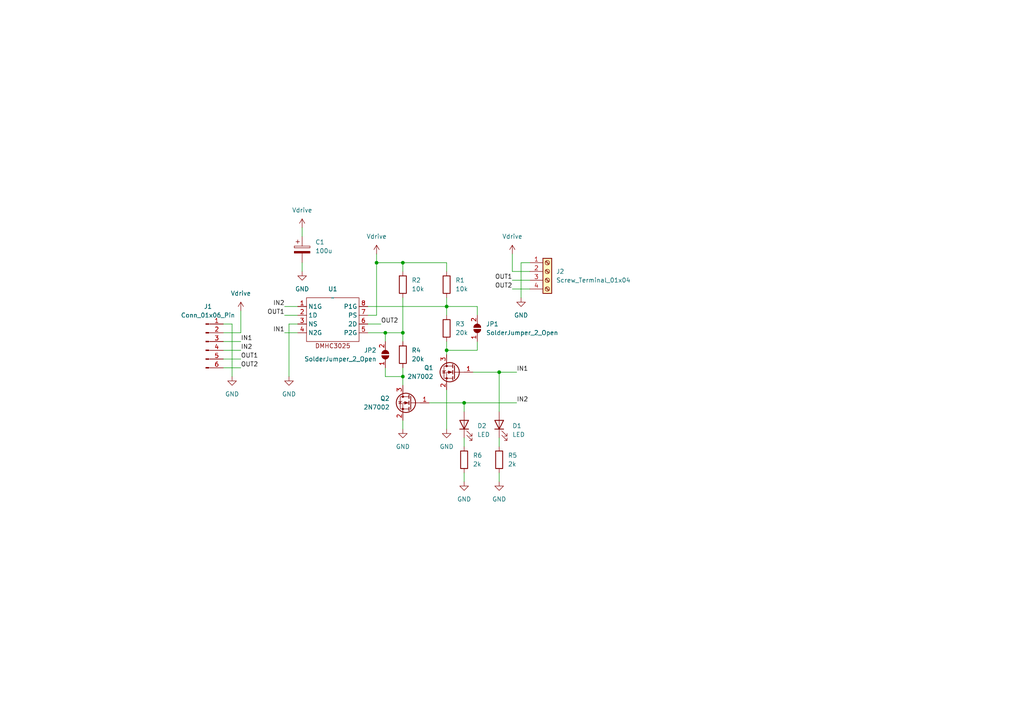
<source format=kicad_sch>
(kicad_sch (version 20230121) (generator eeschema)
  (paper "A4")
  (lib_symbols
    (symbol "Connector:Conn_01x06_Pin" (pin_names (offset 1.016) hide)
      (property "Reference" "J" (at 0 7.62 0))
      (property "Value" "Conn_01x06_Pin" (at 0 -10.16 0))
      (symbol "Conn_01x06_Pin_1_1"
        (polyline (pts (xy 1.27 -7.62) (xy 0.8636 -7.62)) (stroke (width 0.1524)))
        (polyline (pts (xy 1.27 -5.08) (xy 0.8636 -5.08)) (stroke (width 0.1524)))
        (polyline (pts (xy 1.27 -2.54) (xy 0.8636 -2.54)) (stroke (width 0.1524)))
        (polyline (pts (xy 1.27 0) (xy 0.8636 0)) (stroke (width 0.1524)))
        (polyline (pts (xy 1.27 2.54) (xy 0.8636 2.54)) (stroke (width 0.1524)))
        (polyline (pts (xy 1.27 5.08) (xy 0.8636 5.08)) (stroke (width 0.1524)))
        (rectangle (start 0.8636 -7.493) (end 0 -7.747) (stroke (width 0.1524)) (fill (type outline)))
        (rectangle (start 0.8636 -4.953) (end 0 -5.207) (stroke (width 0.1524)) (fill (type outline)))
        (rectangle (start 0.8636 -2.413) (end 0 -2.667) (stroke (width 0.1524)) (fill (type outline)))
        (rectangle (start 0.8636 0.127) (end 0 -0.127) (stroke (width 0.1524)) (fill (type outline)))
        (rectangle (start 0.8636 2.667) (end 0 2.413) (stroke (width 0.1524)) (fill (type outline)))
        (rectangle (start 0.8636 5.207) (end 0 4.953) (stroke (width 0.1524)) (fill (type outline)))
        (pin passive line (at 5.08 5.08 180) (length 3.81) (name "Pin_1") (number "1"))
        (pin passive line (at 5.08 2.54 180) (length 3.81) (name "Pin_2") (number "2"))
        (pin passive line (at 5.08 0 180) (length 3.81) (name "Pin_3") (number "3"))
        (pin passive line (at 5.08 -2.54 180) (length 3.81) (name "Pin_4") (number "4"))
        (pin passive line (at 5.08 -5.08 180) (length 3.81) (name "Pin_5") (number "5"))
        (pin passive line (at 5.08 -7.62 180) (length 3.81) (name "Pin_6") (number "6"))
      )
    )
    (symbol "Connector:Screw_Terminal_01x04" (pin_names (offset 1.016) hide)
      (property "Reference" "J" (at 0 5.08 0))
      (property "Value" "Screw_Terminal_01x04" (at 0 -7.62 0))
      (symbol "Screw_Terminal_01x04_1_1"
        (rectangle (start -1.27 3.81) (end 1.27 -6.35) (stroke (width 0.254)) (fill (type background)))
        (circle (center 0 -5.08) (radius 0.635) (stroke (width 0.1524)))
        (circle (center 0 -2.54) (radius 0.635) (stroke (width 0.1524)))
        (polyline (pts (xy -0.5334 -4.7498) (xy 0.3302 -5.588)) (stroke (width 0.1524)))
        (polyline (pts (xy -0.5334 -2.2098) (xy 0.3302 -3.048)) (stroke (width 0.1524)))
        (polyline (pts (xy -0.5334 0.3302) (xy 0.3302 -0.508)) (stroke (width 0.1524)))
        (polyline (pts (xy -0.5334 2.8702) (xy 0.3302 2.032)) (stroke (width 0.1524)))
        (polyline (pts (xy -0.3556 -4.572) (xy 0.508 -5.4102)) (stroke (width 0.1524)))
        (polyline (pts (xy -0.3556 -2.032) (xy 0.508 -2.8702)) (stroke (width 0.1524)))
        (polyline (pts (xy -0.3556 0.508) (xy 0.508 -0.3302)) (stroke (width 0.1524)))
        (polyline (pts (xy -0.3556 3.048) (xy 0.508 2.2098)) (stroke (width 0.1524)))
        (circle (center 0 0) (radius 0.635) (stroke (width 0.1524)))
        (circle (center 0 2.54) (radius 0.635) (stroke (width 0.1524)))
        (pin passive line (at -5.08 2.54 0) (length 3.81) (name "Pin_1") (number "1"))
        (pin passive line (at -5.08 0 0) (length 3.81) (name "Pin_2") (number "2"))
        (pin passive line (at -5.08 -2.54 0) (length 3.81) (name "Pin_3") (number "3"))
        (pin passive line (at -5.08 -5.08 0) (length 3.81) (name "Pin_4") (number "4"))
      )
    )
    (symbol "Device:C_Polarized" (pin_numbers hide) (pin_names (offset 0.254))
      (property "Reference" "C" (at 0.635 2.54 0))
      (property "Value" "C_Polarized" (at 0.635 -2.54 0))
      (symbol "C_Polarized_0_1"
        (rectangle (start -2.286 0.508) (end 2.286 1.016))
        (polyline (pts (xy -1.778 2.286) (xy -0.762 2.286)))
        (polyline (pts (xy -1.27 2.794) (xy -1.27 1.778)))
        (rectangle (start 2.286 -0.508) (end -2.286 -1.016) (fill (type outline)))
      )
      (symbol "C_Polarized_1_1"
        (pin passive line (at 0 3.81 270) (length 2.794) (name "~") (number "1"))
        (pin passive line (at 0 -3.81 90) (length 2.794) (name "~") (number "2"))
      )
    )
    (symbol "Device:LED" (pin_numbers hide) (pin_names (offset 1.016) hide)
      (property "Reference" "D" (at 0 2.54 0))
      (property "Value" "LED" (at 0 -2.54 0))
      (symbol "LED_0_1"
        (polyline (pts (xy -1.27 -1.27) (xy -1.27 1.27)) (stroke (width 0.254)))
        (polyline (pts (xy -1.27 0) (xy 1.27 0)))
        (polyline (pts (xy 1.27 -1.27) (xy 1.27 1.27) (xy -1.27 0) (xy 1.27 -1.27)) (stroke (width 0.254)))
        (polyline (pts (xy -3.048 -0.762) (xy -4.572 -2.286) (xy -3.81 -2.286) (xy -4.572 -2.286) (xy -4.572 -1.524)))
        (polyline (pts (xy -1.778 -0.762) (xy -3.302 -2.286) (xy -2.54 -2.286) (xy -3.302 -2.286) (xy -3.302 -1.524)))
      )
      (symbol "LED_1_1"
        (pin passive line (at -3.81 0 0) (length 2.54) (name "K") (number "1"))
        (pin passive line (at 3.81 0 180) (length 2.54) (name "A") (number "2"))
      )
    )
    (symbol "Device:R" (pin_numbers hide) (pin_names (offset 0))
      (property "Reference" "R" (at 2.032 0 90))
      (property "Value" "R" (at 0 0 90))
      (symbol "R_0_1"
        (rectangle (start -1.016 -2.54) (end 1.016 2.54) (stroke (width 0.254)))
      )
      (symbol "R_1_1"
        (pin passive line (at 0 3.81 270) (length 1.27) (name "~") (number "1"))
        (pin passive line (at 0 -3.81 90) (length 1.27) (name "~") (number "2"))
      )
    )
    (symbol "EL_oscillator:DMHC3025"
      (property "Reference" "U" (at 0 1.27 0))
      (symbol "DMHC3025_0_1"
        (rectangle (start -7.62 0) (end 7.62 -12.7))
      )
      (symbol "DMHC3025_1_1"
        (text "DMHC3025\n" (at 0 -13.97 0) (effects (font (size 1.27 1.27))))
        (pin input line (at -10.16 -2.54 0) (length 2.54) (name "N1G") (number "1"))
        (pin input line (at -10.16 -5.08 0) (length 2.54) (name "1D") (number "2"))
        (pin input line (at -10.16 -7.62 0) (length 2.54) (name "NS") (number "3"))
        (pin input line (at -10.16 -10.16 0) (length 2.54) (name "N2G") (number "4"))
        (pin input line (at 10.16 -10.16 180) (length 2.54) (name "P2G") (number "5"))
        (pin input line (at 10.16 -7.62 180) (length 2.54) (name "2D") (number "6"))
        (pin input line (at 10.16 -5.08 180) (length 2.54) (name "PS") (number "7"))
        (pin input line (at 10.16 -2.54 180) (length 2.54) (name "P1G") (number "8"))
      )
    )
    (symbol "Jumper:SolderJumper_2_Open" (pin_names (offset 0) hide)
      (property "Reference" "JP" (at 0 2.032 0))
      (property "Value" "SolderJumper_2_Open" (at 0 -2.54 0))
      (symbol "SolderJumper_2_Open_0_1"
        (arc (start -0.254 1.016) (mid -1.2656 0) (end -0.254 -1.016))
        (arc (start -0.254 1.016) (mid -1.2656 0) (end -0.254 -1.016) (fill (type outline)))
        (polyline (pts (xy -0.254 1.016) (xy -0.254 -1.016)))
        (polyline (pts (xy 0.254 1.016) (xy 0.254 -1.016)))
        (arc (start 0.254 -1.016) (mid 1.2656 0) (end 0.254 1.016))
        (arc (start 0.254 -1.016) (mid 1.2656 0) (end 0.254 1.016) (fill (type outline)))
      )
      (symbol "SolderJumper_2_Open_1_1"
        (pin passive line (at -3.81 0 0) (length 2.54) (name "A") (number "1"))
        (pin passive line (at 3.81 0 180) (length 2.54) (name "B") (number "2"))
      )
    )
    (symbol "Transistor_FET:2N7002" (pin_names hide)
      (property "Reference" "Q" (at 5.08 1.905 0))
      (property "Value" "2N7002" (at 5.08 0 0))
      (symbol "2N7002_0_1"
        (polyline (pts (xy 0.254 0) (xy -2.54 0)))
        (polyline (pts (xy 0.254 1.905) (xy 0.254 -1.905)) (stroke (width 0.254)))
        (polyline (pts (xy 0.762 -1.27) (xy 0.762 -2.286)) (stroke (width 0.254)))
        (polyline (pts (xy 0.762 0.508) (xy 0.762 -0.508)) (stroke (width 0.254)))
        (polyline (pts (xy 0.762 2.286) (xy 0.762 1.27)) (stroke (width 0.254)))
        (polyline (pts (xy 2.54 2.54) (xy 2.54 1.778)))
        (polyline (pts (xy 2.54 -2.54) (xy 2.54 0) (xy 0.762 0)))
        (polyline (pts (xy 0.762 -1.778) (xy 3.302 -1.778) (xy 3.302 1.778) (xy 0.762 1.778)))
        (polyline (pts (xy 1.016 0) (xy 2.032 0.381) (xy 2.032 -0.381) (xy 1.016 0)) (fill (type outline)))
        (polyline (pts (xy 2.794 0.508) (xy 2.921 0.381) (xy 3.683 0.381) (xy 3.81 0.254)))
        (polyline (pts (xy 3.302 0.381) (xy 2.921 -0.254) (xy 3.683 -0.254) (xy 3.302 0.381)))
        (circle (center 1.651 0) (radius 2.794) (stroke (width 0.254)))
        (circle (center 2.54 -1.778) (radius 0.254) (fill (type outline)))
        (circle (center 2.54 1.778) (radius 0.254) (fill (type outline)))
      )
      (symbol "2N7002_1_1"
        (pin input line (at -5.08 0 0) (length 2.54) (name "G") (number "1"))
        (pin passive line (at 2.54 -5.08 90) (length 2.54) (name "S") (number "2"))
        (pin passive line (at 2.54 5.08 270) (length 2.54) (name "D") (number "3"))
      )
    )
    (symbol "power:GND" (power) (pin_names (offset 0))
      (property "Value" "GND" (at 0 -3.81 0))
      (symbol "GND_0_1"
        (polyline (pts (xy 0 0) (xy 0 -1.27) (xy 1.27 -1.27) (xy 0 -2.54) (xy -1.27 -1.27) (xy 0 -1.27)))
      )
      (symbol "GND_1_1"
        (pin power_in line (at 0 0 270) (length 0) hide (name "GND") (number "1"))
      )
    )
    (symbol "power:Vdrive" (power) (pin_names (offset 0))
      (property "Value" "Vdrive" (at 0 3.81 0))
      (symbol "Vdrive_0_1"
        (polyline (pts (xy -0.762 1.27) (xy 0 2.54)))
        (polyline (pts (xy 0 0) (xy 0 2.54)))
        (polyline (pts (xy 0 2.54) (xy 0.762 1.27)))
      )
      (symbol "Vdrive_1_1"
        (pin power_in line (at 0 0 90) (length 0) hide (name "Vdrive") (number "1"))
      )
    )
  )
  (junction (at 129.54 101.6))
  (junction (at 134.62 116.84))
  (junction (at 111.76 96.52))
  (junction (at 116.84 96.52))
  (junction (at 116.84 109.22))
  (junction (at 116.84 76.2))
  (junction (at 144.78 107.95))
  (junction (at 129.54 88.9))
  (junction (at 109.22 76.2))
  (wire (pts (xy 144.78 107.95) (xy 149.86 107.95)))
  (wire (pts (xy 124.46 116.84) (xy 134.62 116.84)))
  (wire (pts (xy 111.76 109.22) (xy 116.84 109.22)))
  (wire (pts (xy 67.31 109.22) (xy 67.31 93.98)))
  (wire (pts (xy 110.49 93.98) (xy 106.68 93.98)))
  (wire (pts (xy 129.54 76.2) (xy 116.84 76.2)))
  (wire (pts (xy 148.59 83.82) (xy 153.67 83.82)))
  (wire (pts (xy 64.77 104.14) (xy 69.85 104.14)))
  (wire (pts (xy 64.77 99.06) (xy 69.85 99.06)))
  (wire (pts (xy 69.85 96.52) (xy 64.77 96.52)))
  (wire (pts (xy 138.43 99.06) (xy 138.43 101.6)))
  (wire (pts (xy 109.22 76.2) (xy 116.84 76.2)))
  (wire (pts (xy 116.84 109.22) (xy 116.84 111.76)))
  (wire (pts (xy 138.43 91.44) (xy 138.43 88.9)))
  (wire (pts (xy 87.63 66.04) (xy 87.63 68.58)))
  (wire (pts (xy 137.16 107.95) (xy 144.78 107.95)))
  (wire (pts (xy 82.55 96.52) (xy 86.36 96.52)))
  (wire (pts (xy 106.68 96.52) (xy 111.76 96.52)))
  (wire (pts (xy 144.78 107.95) (xy 144.78 119.38)))
  (wire (pts (xy 134.62 116.84) (xy 149.86 116.84)))
  (wire (pts (xy 86.36 91.44) (xy 82.55 91.44)))
  (wire (pts (xy 116.84 106.68) (xy 116.84 109.22)))
  (wire (pts (xy 116.84 96.52) (xy 116.84 99.06)))
  (wire (pts (xy 129.54 78.74) (xy 129.54 76.2)))
  (wire (pts (xy 109.22 91.44) (xy 109.22 76.2)))
  (wire (pts (xy 64.77 106.68) (xy 69.85 106.68)))
  (wire (pts (xy 129.54 102.87) (xy 129.54 101.6)))
  (wire (pts (xy 129.54 101.6) (xy 129.54 99.06)))
  (wire (pts (xy 106.68 91.44) (xy 109.22 91.44)))
  (wire (pts (xy 138.43 88.9) (xy 129.54 88.9)))
  (wire (pts (xy 67.31 93.98) (xy 64.77 93.98)))
  (wire (pts (xy 151.13 86.36) (xy 151.13 76.2)))
  (wire (pts (xy 111.76 96.52) (xy 116.84 96.52)))
  (wire (pts (xy 134.62 116.84) (xy 134.62 119.38)))
  (wire (pts (xy 138.43 101.6) (xy 129.54 101.6)))
  (wire (pts (xy 83.82 109.22) (xy 83.82 93.98)))
  (wire (pts (xy 148.59 81.28) (xy 153.67 81.28)))
  (wire (pts (xy 116.84 124.46) (xy 116.84 121.92)))
  (wire (pts (xy 109.22 76.2) (xy 109.22 73.66)))
  (wire (pts (xy 87.63 78.74) (xy 87.63 76.2)))
  (wire (pts (xy 129.54 86.36) (xy 129.54 88.9)))
  (wire (pts (xy 69.85 90.17) (xy 69.85 96.52)))
  (wire (pts (xy 148.59 73.66) (xy 148.59 78.74)))
  (wire (pts (xy 116.84 86.36) (xy 116.84 96.52)))
  (wire (pts (xy 148.59 78.74) (xy 153.67 78.74)))
  (wire (pts (xy 83.82 93.98) (xy 86.36 93.98)))
  (wire (pts (xy 134.62 139.7) (xy 134.62 137.16)))
  (wire (pts (xy 111.76 106.68) (xy 111.76 109.22)))
  (wire (pts (xy 116.84 76.2) (xy 116.84 78.74)))
  (wire (pts (xy 151.13 76.2) (xy 153.67 76.2)))
  (wire (pts (xy 129.54 91.44) (xy 129.54 88.9)))
  (wire (pts (xy 134.62 129.54) (xy 134.62 127)))
  (wire (pts (xy 144.78 139.7) (xy 144.78 137.16)))
  (wire (pts (xy 106.68 88.9) (xy 129.54 88.9)))
  (wire (pts (xy 144.78 129.54) (xy 144.78 127)))
  (wire (pts (xy 129.54 113.03) (xy 129.54 124.46)))
  (wire (pts (xy 82.55 88.9) (xy 86.36 88.9)))
  (wire (pts (xy 64.77 101.6) (xy 69.85 101.6)))
  (wire (pts (xy 111.76 96.52) (xy 111.76 99.06)))
  (label "IN1" (at 149.86 107.95 0))
  (label "IN2" (at 69.85 101.6 0))
  (label "IN2" (at 82.55 88.9 180))
  (label "OUT2" (at 148.59 83.82 180))
  (label "IN1" (at 69.85 99.06 0))
  (label "IN1" (at 82.55 96.52 180))
  (label "IN2" (at 149.86 116.84 0))
  (label "OUT1" (at 69.85 104.14 0))
  (label "OUT2" (at 110.49 93.98 0))
  (label "OUT1" (at 82.55 91.44 180))
  (label "OUT1" (at 148.59 81.28 180))
  (label "OUT2" (at 69.85 106.68 0))
  (symbol (lib_id "Transistor_FET:2N7002") (at 132.08 107.95 0) (mirror y) (unit 1)
    (property "Reference" "Q1" (at 125.73 106.68 0) (effects (justify left)))
    (property "Value" "2N7002" (at 125.73 109.22 0) (effects (justify left)))
    (property "Footprint" "Package_TO_SOT_SMD:SOT-23" (effects hide))
    (property "Datasheet" "https://www.onsemi.com/pub/Collateral/NDS7002A-D.PDF" (effects hide))
    (property "Sim.Library" "2N7002.txt" (effects hide))
    (property "Sim.Name" "2N7002" (effects hide))
    (property "Sim.Device" "NMOS" (effects hide))
    (property "Sim.Type" "VDMOS" (effects hide))
    (property "Sim.Pins" "1=G 2=S 3=D" (effects hide))
    (property "LCSC" "C8545" (effects hide))
    (property "JLCPCB Rotation Offset" "180" (effects hide))
  )
  (symbol (lib_id "power:Vdrive") (at 87.63 66.04 0) (unit 1)
    (property "Reference" "#PWR011" (effects hide))
    (property "Value" "Vdrive" (at 87.63 60.96 0))
  )
  (symbol (lib_id "power:Vdrive") (at 69.85 90.17 0) (unit 1)
    (property "Reference" "#PWR03" (effects hide))
    (property "Value" "Vdrive" (at 69.85 85.09 0))
  )
  (symbol (lib_id "EL_oscillator:DMHC3025") (at 96.52 86.36 0) (unit 1)
    (property "Reference" "U1" (at 96.52 83.82 0))
    (property "Value" "~" (at 96.52 86.36 0))
    (property "Footprint" "Package_SO:SO-8_3.9x4.9mm_P1.27mm" (effects hide))
    (property "LCSC" "C156387" (effects hide))
    (property "JLCPCB Rotation Offset" "-90" (effects hide))
  )
  (symbol (lib_id "Device:R") (at 134.62 133.35 0) (unit 1)
    (property "Reference" "R6" (at 137.16 132.08 0) (effects (justify left)))
    (property "Value" "2k" (at 137.16 134.62 0) (effects (justify left)))
    (property "Footprint" "Resistor_SMD:R_0603_1608Metric_Pad0.98x0.95mm_HandSolder" (effects hide))
    (property "LCSC" "C22975" (effects hide))
  )
  (symbol (lib_id "Device:R") (at 129.54 82.55 0) (unit 1)
    (property "Reference" "R1" (at 132.08 81.28 0) (effects (justify left)))
    (property "Value" "10k" (at 132.08 83.82 0) (effects (justify left)))
    (property "Footprint" "Resistor_SMD:R_0603_1608Metric_Pad0.98x0.95mm_HandSolder" (effects hide))
    (property "LCSC" "C25804" (effects hide))
  )
  (symbol (lib_id "Jumper:SolderJumper_2_Open") (at 111.76 102.87 90) (unit 1)
    (property "Reference" "JP2" (at 109.22 101.6 90) (effects (justify left)))
    (property "Value" "SolderJumper_2_Open" (at 109.22 104.14 90) (effects (justify left)))
    (property "Footprint" "Jumper:SolderJumper-2_P1.3mm_Open_RoundedPad1.0x1.5mm" (effects hide))
  )
  (symbol (lib_id "Connector:Screw_Terminal_01x04") (at 158.75 78.74 0) (unit 1)
    (property "Reference" "J2" (at 161.29 78.74 0) (effects (justify left)))
    (property "Value" "Screw_Terminal_01x04" (at 161.29 81.28 0) (effects (justify left)))
    (property "Footprint" "TerminalBlock:TerminalBlock_bornier-4_P5.08mm" (effects hide))
  )
  (symbol (lib_id "power:Vdrive") (at 109.22 73.66 0) (unit 1)
    (property "Reference" "#PWR02" (effects hide))
    (property "Value" "Vdrive" (at 109.22 68.58 0))
  )
  (symbol (lib_id "Device:LED") (at 134.62 123.19 90) (unit 1)
    (property "Reference" "D2" (at 138.43 123.5075 90) (effects (justify right)))
    (property "Value" "LED" (at 138.43 126.0475 90) (effects (justify right)))
    (property "Footprint" "LED_SMD:LED_0603_1608Metric_Pad1.05x0.95mm_HandSolder" (effects hide))
    (property "LCSC" "C2286" (effects hide))
  )
  (symbol (lib_id "Transistor_FET:2N7002") (at 119.38 116.84 0) (mirror y) (unit 1)
    (property "Reference" "Q2" (at 113.03 115.57 0) (effects (justify left)))
    (property "Value" "2N7002" (at 113.03 118.11 0) (effects (justify left)))
    (property "Footprint" "Package_TO_SOT_SMD:SOT-23" (effects hide))
    (property "Datasheet" "https://www.onsemi.com/pub/Collateral/NDS7002A-D.PDF" (effects hide))
    (property "Sim.Library" "2N7002.txt" (effects hide))
    (property "Sim.Name" "2N7002" (effects hide))
    (property "Sim.Device" "NMOS" (effects hide))
    (property "Sim.Type" "VDMOS" (effects hide))
    (property "Sim.Pins" "1=G 2=S 3=D" (effects hide))
    (property "LCSC" "C8545" (effects hide))
    (property "JLCPCB Rotation Offset" "180" (effects hide))
  )
  (symbol (lib_id "power:GND") (at 67.31 109.22 0) (unit 1)
    (property "Reference" "#PWR04" (effects hide))
    (property "Value" "GND" (at 67.31 114.3 0))
  )
  (symbol (lib_id "power:GND") (at 151.13 86.36 0) (unit 1)
    (property "Reference" "#PWR05" (effects hide))
    (property "Value" "GND" (at 151.13 91.44 0))
  )
  (symbol (lib_id "power:GND") (at 83.82 109.22 0) (unit 1)
    (property "Reference" "#PWR01" (effects hide))
    (property "Value" "GND" (at 83.82 114.3 0))
  )
  (symbol (lib_id "Jumper:SolderJumper_2_Open") (at 138.43 95.25 270) (mirror x) (unit 1)
    (property "Reference" "JP1" (at 140.97 93.98 90) (effects (justify left)))
    (property "Value" "SolderJumper_2_Open" (at 140.97 96.52 90) (effects (justify left)))
    (property "Footprint" "Jumper:SolderJumper-2_P1.3mm_Open_RoundedPad1.0x1.5mm" (effects hide))
  )
  (symbol (lib_id "power:Vdrive") (at 148.59 73.66 0) (unit 1)
    (property "Reference" "#PWR06" (effects hide))
    (property "Value" "Vdrive" (at 148.59 68.58 0))
  )
  (symbol (lib_id "Device:R") (at 129.54 95.25 0) (unit 1)
    (property "Reference" "R3" (at 132.08 93.98 0) (effects (justify left)))
    (property "Value" "20k" (at 132.08 96.52 0) (effects (justify left)))
    (property "Footprint" "Resistor_SMD:R_0603_1608Metric_Pad0.98x0.95mm_HandSolder" (effects hide))
    (property "LCSC" "C4184" (effects hide))
  )
  (symbol (lib_id "Device:C_Polarized") (at 87.63 72.39 0) (unit 1)
    (property "Reference" "C1" (at 91.44 70.231 0) (effects (justify left)))
    (property "Value" "100u" (at 91.44 72.771 0) (effects (justify left)))
    (property "Footprint" "Capacitor_THT:CP_Radial_D5.0mm_P2.00mm" (effects hide))
  )
  (symbol (lib_id "Device:R") (at 116.84 82.55 0) (unit 1)
    (property "Reference" "R2" (at 119.38 81.28 0) (effects (justify left)))
    (property "Value" "10k" (at 119.38 83.82 0) (effects (justify left)))
    (property "Footprint" "Resistor_SMD:R_0603_1608Metric_Pad0.98x0.95mm_HandSolder" (effects hide))
    (property "LCSC" "C25804" (effects hide))
  )
  (symbol (lib_id "power:GND") (at 129.54 124.46 0) (unit 1)
    (property "Reference" "#PWR08" (effects hide))
    (property "Value" "GND" (at 129.54 129.54 0))
  )
  (symbol (lib_id "power:GND") (at 134.62 139.7 0) (unit 1)
    (property "Reference" "#PWR09" (effects hide))
    (property "Value" "GND" (at 134.62 144.78 0))
  )
  (symbol (lib_id "Device:R") (at 116.84 102.87 0) (unit 1)
    (property "Reference" "R4" (at 119.38 101.6 0) (effects (justify left)))
    (property "Value" "20k" (at 119.38 104.14 0) (effects (justify left)))
    (property "Footprint" "Resistor_SMD:R_0603_1608Metric_Pad0.98x0.95mm_HandSolder" (effects hide))
    (property "LCSC" "C4184" (effects hide))
  )
  (symbol (lib_id "power:GND") (at 144.78 139.7 0) (unit 1)
    (property "Reference" "#PWR010" (effects hide))
    (property "Value" "GND" (at 144.78 144.78 0))
  )
  (symbol (lib_id "Device:LED") (at 144.78 123.19 90) (unit 1)
    (property "Reference" "D1" (at 148.59 123.5075 90) (effects (justify right)))
    (property "Value" "LED" (at 148.59 126.0475 90) (effects (justify right)))
    (property "Footprint" "LED_SMD:LED_0603_1608Metric_Pad1.05x0.95mm_HandSolder" (effects hide))
    (property "LCSC" "C2286" (effects hide))
  )
  (symbol (lib_id "Device:R") (at 144.78 133.35 0) (unit 1)
    (property "Reference" "R5" (at 147.32 132.08 0) (effects (justify left)))
    (property "Value" "2k" (at 147.32 134.62 0) (effects (justify left)))
    (property "Footprint" "Resistor_SMD:R_0603_1608Metric_Pad0.98x0.95mm_HandSolder" (effects hide))
    (property "LCSC" "C22975" (effects hide))
  )
  (symbol (lib_id "power:GND") (at 87.63 78.74 0) (unit 1)
    (property "Reference" "#PWR012" (effects hide))
    (property "Value" "GND" (at 87.63 83.82 0))
  )
  (symbol (lib_id "power:GND") (at 116.84 124.46 0) (unit 1)
    (property "Reference" "#PWR07" (effects hide))
    (property "Value" "GND" (at 116.84 129.54 0))
  )
  (symbol (lib_id "Connector:Conn_01x06_Pin") (at 59.69 99.06 0) (unit 1)
    (property "Reference" "J1" (at 60.325 88.9 0))
    (property "Value" "Conn_01x06_Pin" (at 60.325 91.44 0))
    (property "Footprint" "Connector_PinHeader_2.54mm:PinHeader_1x06_P2.54mm_Vertical" (effects hide))
  )
)
</source>
